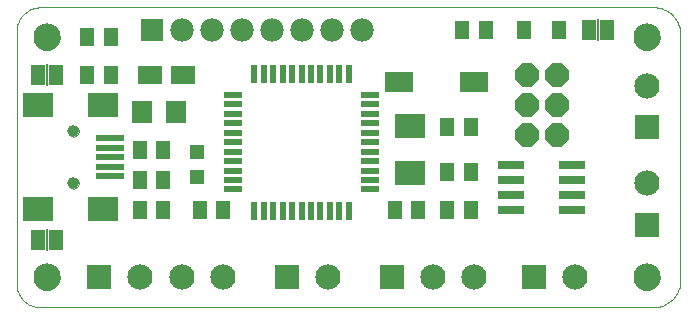
<source format=gts>
G75*
%MOIN*%
%OFA0B0*%
%FSLAX24Y24*%
%IPPOS*%
%LPD*%
%AMOC8*
5,1,8,0,0,1.08239X$1,22.5*
%
%ADD10C,0.0000*%
%ADD11C,0.0906*%
%ADD12R,0.0473X0.0591*%
%ADD13R,0.0670X0.0750*%
%ADD14R,0.0808X0.0631*%
%ADD15R,0.0512X0.0512*%
%ADD16R,0.0985X0.0827*%
%ADD17R,0.0631X0.0237*%
%ADD18R,0.0237X0.0631*%
%ADD19R,0.0949X0.0237*%
%ADD20C,0.0394*%
%ADD21R,0.0500X0.0670*%
%ADD22R,0.0060X0.0720*%
%ADD23R,0.0512X0.0591*%
%ADD24R,0.0840X0.0840*%
%ADD25C,0.0840*%
%ADD26R,0.0780X0.0780*%
%ADD27C,0.0780*%
%ADD28R,0.0906X0.0276*%
%ADD29R,0.0946X0.0670*%
%ADD30OC8,0.0780*%
D10*
X002087Y001180D02*
X022383Y001180D01*
X023420Y001967D02*
X023420Y010389D01*
X023411Y010446D01*
X023398Y010502D01*
X023381Y010558D01*
X023361Y010612D01*
X023337Y010665D01*
X023310Y010716D01*
X023280Y010766D01*
X023247Y010813D01*
X023211Y010858D01*
X023173Y010901D01*
X023131Y010942D01*
X023088Y010980D01*
X023042Y011015D01*
X022993Y011047D01*
X022943Y011076D01*
X022891Y011101D01*
X022838Y011124D01*
X022783Y011143D01*
X022728Y011158D01*
X022671Y011170D01*
X022614Y011179D01*
X022556Y011184D01*
X022498Y011185D01*
X022441Y011183D01*
X022383Y011176D01*
X002087Y011176D01*
X002033Y011174D01*
X001980Y011169D01*
X001927Y011160D01*
X001875Y011147D01*
X001823Y011131D01*
X001773Y011111D01*
X001725Y011088D01*
X001678Y011061D01*
X001633Y011032D01*
X001590Y010999D01*
X001550Y010964D01*
X001512Y010926D01*
X001477Y010886D01*
X001444Y010843D01*
X001415Y010798D01*
X001388Y010751D01*
X001365Y010703D01*
X001345Y010653D01*
X001329Y010601D01*
X001316Y010549D01*
X001307Y010496D01*
X001302Y010443D01*
X001300Y010389D01*
X001300Y001967D01*
X001302Y001913D01*
X001307Y001860D01*
X001316Y001807D01*
X001329Y001755D01*
X001345Y001703D01*
X001365Y001653D01*
X001388Y001605D01*
X001415Y001558D01*
X001444Y001513D01*
X001477Y001470D01*
X001512Y001430D01*
X001550Y001392D01*
X001590Y001357D01*
X001633Y001324D01*
X001678Y001295D01*
X001725Y001268D01*
X001773Y001245D01*
X001823Y001225D01*
X001875Y001209D01*
X001927Y001196D01*
X001980Y001187D01*
X002033Y001182D01*
X002087Y001180D01*
X001867Y002180D02*
X001869Y002221D01*
X001875Y002262D01*
X001885Y002302D01*
X001898Y002341D01*
X001915Y002378D01*
X001936Y002414D01*
X001960Y002448D01*
X001987Y002479D01*
X002016Y002507D01*
X002049Y002533D01*
X002083Y002555D01*
X002120Y002574D01*
X002158Y002589D01*
X002198Y002601D01*
X002238Y002609D01*
X002279Y002613D01*
X002321Y002613D01*
X002362Y002609D01*
X002402Y002601D01*
X002442Y002589D01*
X002480Y002574D01*
X002516Y002555D01*
X002551Y002533D01*
X002584Y002507D01*
X002613Y002479D01*
X002640Y002448D01*
X002664Y002414D01*
X002685Y002378D01*
X002702Y002341D01*
X002715Y002302D01*
X002725Y002262D01*
X002731Y002221D01*
X002733Y002180D01*
X002731Y002139D01*
X002725Y002098D01*
X002715Y002058D01*
X002702Y002019D01*
X002685Y001982D01*
X002664Y001946D01*
X002640Y001912D01*
X002613Y001881D01*
X002584Y001853D01*
X002551Y001827D01*
X002517Y001805D01*
X002480Y001786D01*
X002442Y001771D01*
X002402Y001759D01*
X002362Y001751D01*
X002321Y001747D01*
X002279Y001747D01*
X002238Y001751D01*
X002198Y001759D01*
X002158Y001771D01*
X002120Y001786D01*
X002084Y001805D01*
X002049Y001827D01*
X002016Y001853D01*
X001987Y001881D01*
X001960Y001912D01*
X001936Y001946D01*
X001915Y001982D01*
X001898Y002019D01*
X001885Y002058D01*
X001875Y002098D01*
X001869Y002139D01*
X001867Y002180D01*
X003017Y005314D02*
X003019Y005340D01*
X003025Y005366D01*
X003035Y005391D01*
X003048Y005414D01*
X003064Y005434D01*
X003084Y005452D01*
X003106Y005467D01*
X003129Y005479D01*
X003155Y005487D01*
X003181Y005491D01*
X003207Y005491D01*
X003233Y005487D01*
X003259Y005479D01*
X003283Y005467D01*
X003304Y005452D01*
X003324Y005434D01*
X003340Y005414D01*
X003353Y005391D01*
X003363Y005366D01*
X003369Y005340D01*
X003371Y005314D01*
X003369Y005288D01*
X003363Y005262D01*
X003353Y005237D01*
X003340Y005214D01*
X003324Y005194D01*
X003304Y005176D01*
X003282Y005161D01*
X003259Y005149D01*
X003233Y005141D01*
X003207Y005137D01*
X003181Y005137D01*
X003155Y005141D01*
X003129Y005149D01*
X003105Y005161D01*
X003084Y005176D01*
X003064Y005194D01*
X003048Y005214D01*
X003035Y005237D01*
X003025Y005262D01*
X003019Y005288D01*
X003017Y005314D01*
X003017Y007046D02*
X003019Y007072D01*
X003025Y007098D01*
X003035Y007123D01*
X003048Y007146D01*
X003064Y007166D01*
X003084Y007184D01*
X003106Y007199D01*
X003129Y007211D01*
X003155Y007219D01*
X003181Y007223D01*
X003207Y007223D01*
X003233Y007219D01*
X003259Y007211D01*
X003283Y007199D01*
X003304Y007184D01*
X003324Y007166D01*
X003340Y007146D01*
X003353Y007123D01*
X003363Y007098D01*
X003369Y007072D01*
X003371Y007046D01*
X003369Y007020D01*
X003363Y006994D01*
X003353Y006969D01*
X003340Y006946D01*
X003324Y006926D01*
X003304Y006908D01*
X003282Y006893D01*
X003259Y006881D01*
X003233Y006873D01*
X003207Y006869D01*
X003181Y006869D01*
X003155Y006873D01*
X003129Y006881D01*
X003105Y006893D01*
X003084Y006908D01*
X003064Y006926D01*
X003048Y006946D01*
X003035Y006969D01*
X003025Y006994D01*
X003019Y007020D01*
X003017Y007046D01*
X001867Y010180D02*
X001869Y010221D01*
X001875Y010262D01*
X001885Y010302D01*
X001898Y010341D01*
X001915Y010378D01*
X001936Y010414D01*
X001960Y010448D01*
X001987Y010479D01*
X002016Y010507D01*
X002049Y010533D01*
X002083Y010555D01*
X002120Y010574D01*
X002158Y010589D01*
X002198Y010601D01*
X002238Y010609D01*
X002279Y010613D01*
X002321Y010613D01*
X002362Y010609D01*
X002402Y010601D01*
X002442Y010589D01*
X002480Y010574D01*
X002516Y010555D01*
X002551Y010533D01*
X002584Y010507D01*
X002613Y010479D01*
X002640Y010448D01*
X002664Y010414D01*
X002685Y010378D01*
X002702Y010341D01*
X002715Y010302D01*
X002725Y010262D01*
X002731Y010221D01*
X002733Y010180D01*
X002731Y010139D01*
X002725Y010098D01*
X002715Y010058D01*
X002702Y010019D01*
X002685Y009982D01*
X002664Y009946D01*
X002640Y009912D01*
X002613Y009881D01*
X002584Y009853D01*
X002551Y009827D01*
X002517Y009805D01*
X002480Y009786D01*
X002442Y009771D01*
X002402Y009759D01*
X002362Y009751D01*
X002321Y009747D01*
X002279Y009747D01*
X002238Y009751D01*
X002198Y009759D01*
X002158Y009771D01*
X002120Y009786D01*
X002084Y009805D01*
X002049Y009827D01*
X002016Y009853D01*
X001987Y009881D01*
X001960Y009912D01*
X001936Y009946D01*
X001915Y009982D01*
X001898Y010019D01*
X001885Y010058D01*
X001875Y010098D01*
X001869Y010139D01*
X001867Y010180D01*
X021867Y010180D02*
X021869Y010221D01*
X021875Y010262D01*
X021885Y010302D01*
X021898Y010341D01*
X021915Y010378D01*
X021936Y010414D01*
X021960Y010448D01*
X021987Y010479D01*
X022016Y010507D01*
X022049Y010533D01*
X022083Y010555D01*
X022120Y010574D01*
X022158Y010589D01*
X022198Y010601D01*
X022238Y010609D01*
X022279Y010613D01*
X022321Y010613D01*
X022362Y010609D01*
X022402Y010601D01*
X022442Y010589D01*
X022480Y010574D01*
X022516Y010555D01*
X022551Y010533D01*
X022584Y010507D01*
X022613Y010479D01*
X022640Y010448D01*
X022664Y010414D01*
X022685Y010378D01*
X022702Y010341D01*
X022715Y010302D01*
X022725Y010262D01*
X022731Y010221D01*
X022733Y010180D01*
X022731Y010139D01*
X022725Y010098D01*
X022715Y010058D01*
X022702Y010019D01*
X022685Y009982D01*
X022664Y009946D01*
X022640Y009912D01*
X022613Y009881D01*
X022584Y009853D01*
X022551Y009827D01*
X022517Y009805D01*
X022480Y009786D01*
X022442Y009771D01*
X022402Y009759D01*
X022362Y009751D01*
X022321Y009747D01*
X022279Y009747D01*
X022238Y009751D01*
X022198Y009759D01*
X022158Y009771D01*
X022120Y009786D01*
X022084Y009805D01*
X022049Y009827D01*
X022016Y009853D01*
X021987Y009881D01*
X021960Y009912D01*
X021936Y009946D01*
X021915Y009982D01*
X021898Y010019D01*
X021885Y010058D01*
X021875Y010098D01*
X021869Y010139D01*
X021867Y010180D01*
X021867Y002180D02*
X021869Y002221D01*
X021875Y002262D01*
X021885Y002302D01*
X021898Y002341D01*
X021915Y002378D01*
X021936Y002414D01*
X021960Y002448D01*
X021987Y002479D01*
X022016Y002507D01*
X022049Y002533D01*
X022083Y002555D01*
X022120Y002574D01*
X022158Y002589D01*
X022198Y002601D01*
X022238Y002609D01*
X022279Y002613D01*
X022321Y002613D01*
X022362Y002609D01*
X022402Y002601D01*
X022442Y002589D01*
X022480Y002574D01*
X022516Y002555D01*
X022551Y002533D01*
X022584Y002507D01*
X022613Y002479D01*
X022640Y002448D01*
X022664Y002414D01*
X022685Y002378D01*
X022702Y002341D01*
X022715Y002302D01*
X022725Y002262D01*
X022731Y002221D01*
X022733Y002180D01*
X022731Y002139D01*
X022725Y002098D01*
X022715Y002058D01*
X022702Y002019D01*
X022685Y001982D01*
X022664Y001946D01*
X022640Y001912D01*
X022613Y001881D01*
X022584Y001853D01*
X022551Y001827D01*
X022517Y001805D01*
X022480Y001786D01*
X022442Y001771D01*
X022402Y001759D01*
X022362Y001751D01*
X022321Y001747D01*
X022279Y001747D01*
X022238Y001751D01*
X022198Y001759D01*
X022158Y001771D01*
X022120Y001786D01*
X022084Y001805D01*
X022049Y001827D01*
X022016Y001853D01*
X021987Y001881D01*
X021960Y001912D01*
X021936Y001946D01*
X021915Y001982D01*
X021898Y002019D01*
X021885Y002058D01*
X021875Y002098D01*
X021869Y002139D01*
X021867Y002180D01*
X022383Y001180D02*
X022441Y001173D01*
X022498Y001171D01*
X022556Y001172D01*
X022614Y001177D01*
X022671Y001186D01*
X022728Y001198D01*
X022783Y001213D01*
X022838Y001232D01*
X022891Y001255D01*
X022943Y001280D01*
X022993Y001309D01*
X023042Y001341D01*
X023088Y001376D01*
X023131Y001414D01*
X023173Y001455D01*
X023211Y001498D01*
X023247Y001543D01*
X023280Y001590D01*
X023310Y001640D01*
X023337Y001691D01*
X023361Y001744D01*
X023381Y001798D01*
X023398Y001854D01*
X023411Y001910D01*
X023420Y001967D01*
D11*
X022300Y002180D03*
X022300Y010180D03*
X002300Y010180D03*
X002300Y002180D03*
D12*
X005406Y004430D03*
X006194Y004430D03*
X007406Y004430D03*
X008194Y004430D03*
X006194Y005430D03*
X005406Y005430D03*
X005406Y006430D03*
X006194Y006430D03*
X004444Y008930D03*
X003656Y008930D03*
X003656Y010180D03*
X004444Y010180D03*
X013906Y004430D03*
X014694Y004430D03*
X015656Y004430D03*
X016444Y004430D03*
X016444Y005680D03*
X015656Y005680D03*
X015656Y007180D03*
X016444Y007180D03*
X016156Y010430D03*
X016944Y010430D03*
D13*
X006610Y007680D03*
X005490Y007680D03*
D14*
X005759Y008930D03*
X006841Y008930D03*
D15*
X007300Y006343D03*
X007300Y005517D03*
D16*
X004178Y004448D03*
X002013Y004448D03*
X002013Y007912D03*
X004178Y007912D03*
X014400Y007217D03*
X014400Y005643D03*
D17*
X013083Y005735D03*
X013083Y006050D03*
X013083Y006365D03*
X013083Y006680D03*
X013083Y006995D03*
X013083Y007310D03*
X013083Y007625D03*
X013083Y007940D03*
X013083Y008255D03*
X008517Y008255D03*
X008517Y007940D03*
X008517Y007625D03*
X008517Y007310D03*
X008517Y006995D03*
X008517Y006680D03*
X008517Y006365D03*
X008517Y006050D03*
X008517Y005735D03*
X008517Y005420D03*
X008517Y005105D03*
X013083Y005105D03*
X013083Y005420D03*
D18*
X012375Y004397D03*
X012060Y004397D03*
X011745Y004397D03*
X011430Y004397D03*
X011115Y004397D03*
X010800Y004397D03*
X010485Y004397D03*
X010170Y004397D03*
X009855Y004397D03*
X009540Y004397D03*
X009225Y004397D03*
X009225Y008963D03*
X009540Y008963D03*
X009855Y008963D03*
X010170Y008963D03*
X010485Y008963D03*
X010800Y008963D03*
X011115Y008963D03*
X011430Y008963D03*
X011745Y008963D03*
X012060Y008963D03*
X012375Y008963D03*
D19*
X004400Y006810D03*
X004400Y006495D03*
X004400Y006180D03*
X004400Y005865D03*
X004400Y005550D03*
D20*
X003194Y005314D03*
X003194Y007046D03*
D21*
X002600Y008930D03*
X002000Y008930D03*
X002000Y003430D03*
X002600Y003430D03*
X020372Y010408D03*
X020972Y010408D03*
D22*
X020672Y010408D03*
X002300Y008930D03*
X002300Y003430D03*
D23*
X018209Y010430D03*
X019391Y010430D03*
D24*
X022300Y007180D03*
X022300Y003930D03*
X018550Y002180D03*
X013800Y002180D03*
X010300Y002180D03*
X004050Y002180D03*
D25*
X005428Y002180D03*
X006806Y002180D03*
X008184Y002180D03*
X011678Y002180D03*
X015178Y002180D03*
X016556Y002180D03*
X019928Y002180D03*
X022300Y005308D03*
X022300Y008558D03*
D26*
X005800Y010430D03*
D27*
X006800Y010430D03*
X007800Y010430D03*
X008800Y010430D03*
X009800Y010430D03*
X010800Y010430D03*
X011800Y010430D03*
X012800Y010430D03*
D28*
X017776Y005930D03*
X017776Y005430D03*
X017776Y004930D03*
X017776Y004430D03*
X019824Y004430D03*
X019824Y004930D03*
X019824Y005430D03*
X019824Y005930D03*
D29*
X016540Y008680D03*
X014060Y008680D03*
D30*
X018300Y008930D03*
X019300Y008930D03*
X019300Y007930D03*
X018300Y007930D03*
X018300Y006930D03*
X019300Y006930D03*
M02*

</source>
